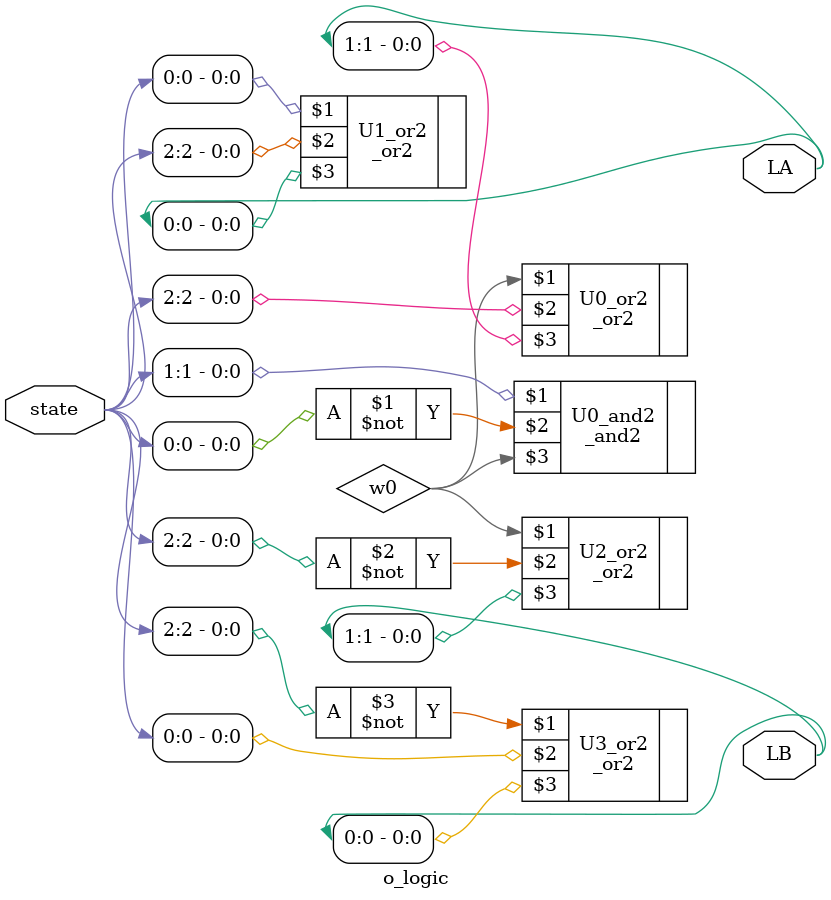
<source format=v>
module o_logic(state, LA, LB);
    // Inputs
    input [2:0] state;   // 3-bit input state
    
    // Outputs
    output [1:0] LA, LB; // 2-bit outputs LA, LB
    
    // Internal wire
    wire w0;
    
    // AND gate U0_and2 for w0
    _and2 U0_and2(state[1], ~state[0], w0); // w0 = state[1] & ~state[0]
    
    // OR gates for LA and LB outputs
    _or2 U0_or2(w0, state[2], LA[1]); // LA[1] = w0 | state[2]
    _or2 U1_or2(state[0], state[2], LA[0]); // LA[0] = state[0] | state[2]
    _or2 U2_or2(w0, ~state[2], LB[1]); // LB[1] = w0 | ~state[2]
    _or2 U3_or2(~state[2], state[0], LB[0]); // LB[0] = ~state[2] | state[0]
endmodule

</source>
